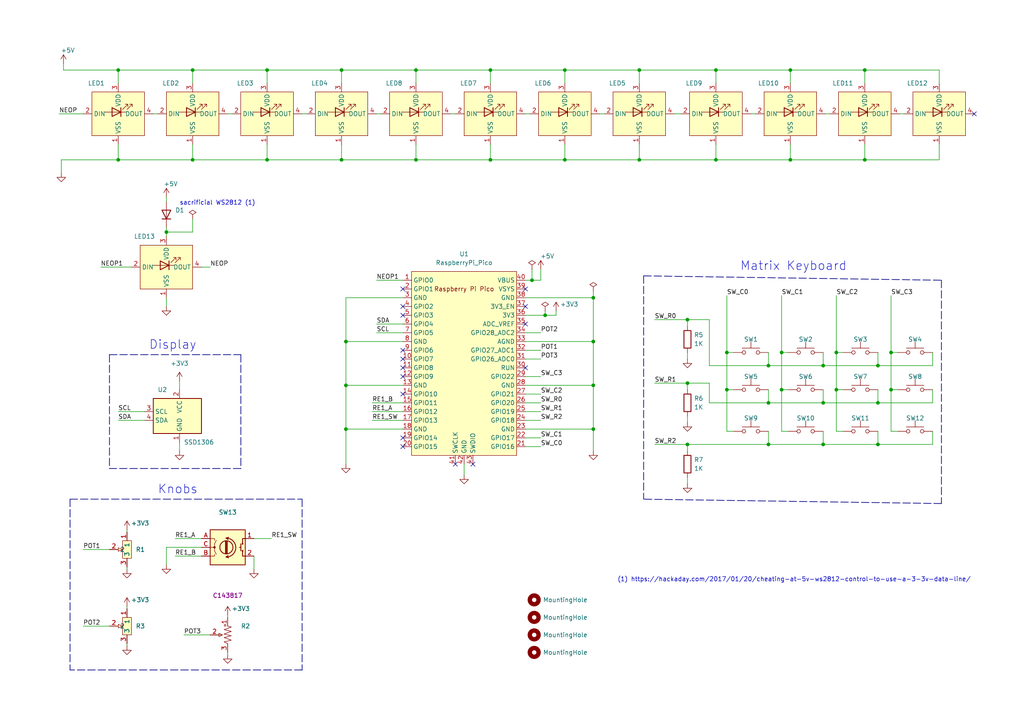
<source format=kicad_sch>
(kicad_sch (version 20211123) (generator eeschema)
  (paper "A4")
  (title_block (title "Launchpad") (date "2022-07-31") (rev "1"))
  (lib_symbols
    (symbol "1_dask_library_kc6:Kaihua PG1350" (pin_numbers hide) (pin_names (offset 0) hide)
      (property "Reference" "SW" (at 2.54 2.54 0))
      (symbol "Kaihua PG1350_1_1"
        (pin passive line (at -5.08 0 0) (length 2.54) (name "A") (number "1"))
        (pin passive line (at 5.08 0 180) (length 2.54) (name "B") (number "2"))
      )
    )
    (symbol "1_dask_library_kc6:RaspberryPi_Pico"
      (property "Reference" "U" (at -13.97 27.94 0))
      (property "Value" "RaspberryPi_Pico" (at 0 19.05 0))
      (symbol "RaspberryPi_Pico_0_0"
        (text "Raspberry Pi Pico" (at 0 21.59 0) (effects (font (size 1.27 1.27))))
      )
      (symbol "RaspberryPi_Pico_1_1"
        (pin bidirectional line (at -17.78 24.13 0) (length 2.54) (name "GPIO0") (number "1"))
        (pin bidirectional line (at -17.78 1.27 0) (length 2.54) (name "GPIO7") (number "10"))
        (pin bidirectional line (at -17.78 -1.27 0) (length 2.54) (name "GPIO8") (number "11"))
        (pin bidirectional line (at -17.78 -3.81 0) (length 2.54) (name "GPIO9") (number "12"))
        (pin power_in line (at -17.78 -6.35 0) (length 2.54) (name "GND") (number "13"))
        (pin bidirectional line (at -17.78 -8.89 0) (length 2.54) (name "GPIO10") (number "14"))
        (pin bidirectional line (at -17.78 -11.43 0) (length 2.54) (name "GPIO11") (number "15"))
        (pin bidirectional line (at -17.78 -13.97 0) (length 2.54) (name "GPIO12") (number "16"))
        (pin bidirectional line (at -17.78 -16.51 0) (length 2.54) (name "GPIO13") (number "17"))
        (pin power_in line (at -17.78 -19.05 0) (length 2.54) (name "GND") (number "18"))
        (pin bidirectional line (at -17.78 -21.59 0) (length 2.54) (name "GPIO14") (number "19"))
        (pin bidirectional line (at -17.78 21.59 0) (length 2.54) (name "GPIO1") (number "2"))
        (pin bidirectional line (at -17.78 -24.13 0) (length 2.54) (name "GPIO15") (number "20"))
        (pin bidirectional line (at 17.78 -24.13 180) (length 2.54) (name "GPIO16") (number "21"))
        (pin bidirectional line (at 17.78 -21.59 180) (length 2.54) (name "GPIO17") (number "22"))
        (pin power_in line (at 17.78 -19.05 180) (length 2.54) (name "GND") (number "23"))
        (pin bidirectional line (at 17.78 -16.51 180) (length 2.54) (name "GPIO18") (number "24"))
        (pin bidirectional line (at 17.78 -13.97 180) (length 2.54) (name "GPIO19") (number "25"))
        (pin bidirectional line (at 17.78 -11.43 180) (length 2.54) (name "GPIO20") (number "26"))
        (pin bidirectional line (at 17.78 -8.89 180) (length 2.54) (name "GPIO21") (number "27"))
        (pin power_in line (at 17.78 -6.35 180) (length 2.54) (name "GND") (number "28"))
        (pin bidirectional line (at 17.78 -3.81 180) (length 2.54) (name "GPIO22") (number "29"))
        (pin power_in line (at -17.78 19.05 0) (length 2.54) (name "GND") (number "3"))
        (pin input line (at 17.78 -1.27 180) (length 2.54) (name "RUN") (number "30"))
        (pin bidirectional line (at 17.78 1.27 180) (length 2.54) (name "GPIO26_ADC0") (number "31"))
        (pin bidirectional line (at 17.78 3.81 180) (length 2.54) (name "GPIO27_ADC1") (number "32"))
        (pin power_in line (at 17.78 6.35 180) (length 2.54) (name "AGND") (number "33"))
        (pin bidirectional line (at 17.78 8.89 180) (length 2.54) (name "GPIO28_ADC2") (number "34"))
        (pin power_in line (at 17.78 11.43 180) (length 2.54) (name "ADC_VREF") (number "35"))
        (pin power_in line (at 17.78 13.97 180) (length 2.54) (name "3V3") (number "36"))
        (pin input line (at 17.78 16.51 180) (length 2.54) (name "3V3_EN") (number "37"))
        (pin power_in line (at 17.78 19.05 180) (length 2.54) (name "GND") (number "38"))
        (pin power_in line (at 17.78 21.59 180) (length 2.54) (name "VSYS") (number "39"))
        (pin bidirectional line (at -17.78 16.51 0) (length 2.54) (name "GPIO2") (number "4"))
        (pin power_in line (at 17.78 24.13 180) (length 2.54) (name "VBUS") (number "40"))
        (pin input line (at -2.54 -29.21 90) (length 2.54) (name "SWCLK") (number "41"))
        (pin power_in line (at 0 -29.21 90) (length 2.54) (name "GND") (number "42"))
        (pin bidirectional line (at 2.54 -29.21 90) (length 2.54) (name "SWDIO") (number "43"))
        (pin bidirectional line (at -17.78 13.97 0) (length 2.54) (name "GPIO3") (number "5"))
        (pin bidirectional line (at -17.78 11.43 0) (length 2.54) (name "GPIO4") (number "6"))
        (pin bidirectional line (at -17.78 8.89 0) (length 2.54) (name "GPIO5") (number "7"))
        (pin power_in line (at -17.78 6.35 0) (length 2.54) (name "GND") (number "8"))
        (pin bidirectional line (at -17.78 3.81 0) (length 2.54) (name "GPIO6") (number "9"))
      )
    )
    (symbol "1_dask_library_kc6:SSD1306"
      (property "Reference" "U" (at -6.35 6.35 0))
      (property "Value" "SSD1306" (at 2.54 -6.35 0))
      (symbol "SSD1306_1_1"
        (pin power_in line (at 0 -7.62 90) (length 2.54) (name "GND") (number "1"))
        (pin power_in line (at 0 7.62 270) (length 2.54) (name "VCC") (number "2"))
        (pin open_collector line (at -10.16 1.27 0) (length 2.54) (name "SCL") (number "3"))
        (pin open_collector line (at -10.16 -1.27 0) (length 2.54) (name "SDA") (number "4"))
      )
    )
    (symbol "1_easyeda_kicad:PEC11R-4220F-S0012" (pin_names (offset 0.254) hide)
      (property "Reference" "SW" (at 0 6.35 0))
      (property "LCSC Part" "C143817" (at 0 -13.97 0))
      (symbol "PEC11R-4220F-S0012_1_1"
        (pin passive line (at 7.62 2.54 180) (length 2.54) (name "S1") (number "1"))
        (pin passive line (at 7.62 -2.54 180) (length 2.54) (name "S2") (number "2"))
        (pin passive line (at -7.62 2.54 0) (length 2.54) (name "A") (number "A"))
        (pin passive line (at -7.62 -2.54 0) (length 2.54) (name "B") (number "B"))
        (pin passive line (at -7.62 0 0) (length 2.54) (name "C") (number "C"))
      )
    )
    (symbol "1_easyeda_kicad:RDC1022A05"
      (property "Reference" "R?" (at 0 10.16 0))
      (property "Value" "RDC1022A05" (at 0 -10.16 0))
      (symbol "RDC1022A05_0_1"
        (pin input line (at 0 -5.08 90) (length 2.54) (name "1") (number "1"))
        (pin input line (at -5.08 0 0) (length 2.54) (name "2") (number "2"))
        (pin input line (at 0 5.08 270) (length 2.54) (name "3") (number "3"))
      )
    )
    (symbol "1_easyeda_kicad:RK09K1130A6S" (pin_names hide)
      (property "Reference" "R?" (at 2.54 3.81 0))
      (symbol "RK09K1130A6S_0_1"
        (pin passive line (at 5.08 0 180) (length 2.54) (name "1") (number "1"))
        (pin passive line (at 0 5.08 270) (length 2.54) (name "2") (number "2"))
        (pin passive line (at -5.08 0 0) (length 2.54) (name "3") (number "3"))
        (pin free line (at -5.08 -3.81 0) (length 2.54) hide (name "4") (number "4"))
        (pin free line (at 6.35 -3.81 180) (length 2.54) hide (name "5") (number "5"))
      )
    )
    (symbol "1_easyeda_kicad:XL-3528RGBW-WS2812B"
      (property "Reference" "LED?" (at -6.35 8.89 0))
      (symbol "XL-3528RGBW-WS2812B_0_1"
        (pin power_in line (at 0 -8.89 90) (length 2.54) (name "VSS") (number "1"))
        (pin input line (at -10.16 0 0) (length 2.54) (name "DIN") (number "2"))
        (pin power_in line (at 0 8.89 270) (length 2.54) (name "VDD") (number "3"))
        (pin power_out line (at 10.16 0 180) (length 2.54) (name "DOUT") (number "4"))
      )
    )
    (symbol "Device:D" (pin_numbers hide) (pin_names (offset 1.016) hide)
      (property "Reference" "D" (at 0 2.54 0))
      (property "Value" "D" (at 0 -2.54 0))
      (symbol "D_1_1"
        (pin passive line (at -3.81 0 0) (length 2.54) (name "K") (number "1"))
        (pin passive line (at 3.81 0 180) (length 2.54) (name "A") (number "2"))
      )
    )
    (symbol "Device:R" (pin_numbers hide) (pin_names (offset 0))
      (property "Reference" "R" (at 2.032 0 90))
      (property "Value" "R" (at 0 0 90))
      (symbol "R_1_1"
        (pin passive line (at 0 3.81 270) (length 1.27) (name "~") (number "1"))
        (pin passive line (at 0 -3.81 90) (length 1.27) (name "~") (number "2"))
      )
    )
    (symbol "Kaihua PG1350_1" (pin_numbers hide) (pin_names (offset 0) hide)
      (property "Reference" "SW" (at 2.54 2.54 0))
      (symbol "Kaihua PG1350_1_1_1"
        (pin passive line (at -5.08 0 0) (length 2.54) (name "A") (number "1"))
        (pin passive line (at 5.08 0 180) (length 2.54) (name "B") (number "2"))
      )
    )
    (symbol "Kaihua PG1350_10" (pin_numbers hide) (pin_names (offset 0) hide)
      (property "Reference" "SW" (at 2.54 2.54 0))
      (symbol "Kaihua PG1350_10_1_1"
        (pin passive line (at -5.08 0 0) (length 2.54) (name "A") (number "1"))
        (pin passive line (at 5.08 0 180) (length 2.54) (name "B") (number "2"))
      )
    )
    (symbol "Kaihua PG1350_11" (pin_numbers hide) (pin_names (offset 0) hide)
      (property "Reference" "SW" (at 2.54 2.54 0))
      (symbol "Kaihua PG1350_11_1_1"
        (pin passive line (at -5.08 0 0) (length 2.54) (name "A") (number "1"))
        (pin passive line (at 5.08 0 180) (length 2.54) (name "B") (number "2"))
      )
    )
    (symbol "Kaihua PG1350_2" (pin_numbers hide) (pin_names (offset 0) hide)
      (property "Reference" "SW" (at 2.54 2.54 0))
      (symbol "Kaihua PG1350_2_1_1"
        (pin passive line (at -5.08 0 0) (length 2.54) (name "A") (number "1"))
        (pin passive line (at 5.08 0 180) (length 2.54) (name "B") (number "2"))
      )
    )
    (symbol "Kaihua PG1350_3" (pin_numbers hide) (pin_names (offset 0) hide)
      (property "Reference" "SW" (at 2.54 2.54 0))
      (symbol "Kaihua PG1350_3_1_1"
        (pin passive line (at -5.08 0 0) (length 2.54) (name "A") (number "1"))
        (pin passive line (at 5.08 0 180) (length 2.54) (name "B") (number "2"))
      )
    )
    (symbol "Kaihua PG1350_4" (pin_numbers hide) (pin_names (offset 0) hide)
      (property "Reference" "SW" (at 2.54 2.54 0))
      (symbol "Kaihua PG1350_4_1_1"
        (pin passive line (at -5.08 0 0) (length 2.54) (name "A") (number "1"))
        (pin passive line (at 5.08 0 180) (length 2.54) (name "B") (number "2"))
      )
    )
    (symbol "Kaihua PG1350_5" (pin_numbers hide) (pin_names (offset 0) hide)
      (property "Reference" "SW" (at 2.54 2.54 0))
      (symbol "Kaihua PG1350_5_1_1"
        (pin passive line (at -5.08 0 0) (length 2.54) (name "A") (number "1"))
        (pin passive line (at 5.08 0 180) (length 2.54) (name "B") (number "2"))
      )
    )
    (symbol "Kaihua PG1350_6" (pin_numbers hide) (pin_names (offset 0) hide)
      (property "Reference" "SW" (at 2.54 2.54 0))
      (symbol "Kaihua PG1350_6_1_1"
        (pin passive line (at -5.08 0 0) (length 2.54) (name "A") (number "1"))
        (pin passive line (at 5.08 0 180) (length 2.54) (name "B") (number "2"))
      )
    )
    (symbol "Kaihua PG1350_7" (pin_numbers hide) (pin_names (offset 0) hide)
      (property "Reference" "SW" (at 2.54 2.54 0))
      (symbol "Kaihua PG1350_7_1_1"
        (pin passive line (at -5.08 0 0) (length 2.54) (name "A") (number "1"))
        (pin passive line (at 5.08 0 180) (length 2.54) (name "B") (number "2"))
      )
    )
    (symbol "Kaihua PG1350_8" (pin_numbers hide) (pin_names (offset 0) hide)
      (property "Reference" "SW" (at 2.54 2.54 0))
      (symbol "Kaihua PG1350_8_1_1"
        (pin passive line (at -5.08 0 0) (length 2.54) (name "A") (number "1"))
        (pin passive line (at 5.08 0 180) (length 2.54) (name "B") (number "2"))
      )
    )
    (symbol "Kaihua PG1350_9" (pin_numbers hide) (pin_names (offset 0) hide)
      (property "Reference" "SW" (at 2.54 2.54 0))
      (symbol "Kaihua PG1350_9_1_1"
        (pin passive line (at -5.08 0 0) (length 2.54) (name "A") (number "1"))
        (pin passive line (at 5.08 0 180) (length 2.54) (name "B") (number "2"))
      )
    )
    (symbol "Mechanical:MountingHole" (pin_names (offset 1.016))
      (property "Reference" "H" (at 0 5.08 0))
      (property "Value" "MountingHole" (at 0 3.175 0))
    )
    (symbol "power:+3.3V" (power) (pin_names (offset 0))
      (property "Value" "+3.3V" (at 0 3.556 0))
      (symbol "+3.3V_1_1"
        (pin power_in line (at 0 0 90) (length 0) hide (name "+3V3") (number "1"))
      )
    )
    (symbol "power:+5V" (power) (pin_names (offset 0))
      (property "Value" "+5V" (at 0 3.556 0))
      (symbol "+5V_1_1"
        (pin power_in line (at 0 0 90) (length 0) hide (name "+5V") (number "1"))
      )
    )
    (symbol "power:GND" (power) (pin_names (offset 0))
      (property "Value" "GND" (at 0 -3.81 0))
      (symbol "GND_1_1"
        (pin power_in line (at 0 0 270) (length 0) hide (name "GND") (number "1"))
      )
    )
    (symbol "power:PWR_FLAG" (power) (pin_numbers hide) (pin_names (offset 0) hide)
      (property "Value" "PWR_FLAG" (at 0 3.81 0))
      (symbol "PWR_FLAG_0_0"
        (pin power_out line (at 0 0 90) (length 0) (name "pwr") (number "1"))
      )
    )
  )
  (junction (at 158.115 91.44))
  (junction (at 226.695 102.235))
  (junction (at 242.57 113.03))
  (junction (at 142.24 46.355))
  (junction (at 172.085 86.36))
  (junction (at 210.82 102.235))
  (junction (at 222.885 116.84))
  (junction (at 207.645 20.32))
  (junction (at 229.235 46.355))
  (junction (at 242.57 102.235))
  (junction (at 77.47 20.32))
  (junction (at 185.42 46.355))
  (junction (at 222.885 128.905))
  (junction (at 258.445 102.235))
  (junction (at 250.825 20.32))
  (junction (at 254.635 128.905))
  (junction (at 100.33 124.46))
  (junction (at 48.26 67.31))
  (junction (at 172.085 99.06))
  (junction (at 226.695 113.03))
  (junction (at 55.88 20.32))
  (junction (at 100.33 99.06))
  (junction (at 210.82 113.03))
  (junction (at 254.635 116.84))
  (junction (at 99.06 46.355))
  (junction (at 142.24 20.32))
  (junction (at 77.47 46.355))
  (junction (at 258.445 113.03))
  (junction (at 222.885 106.045))
  (junction (at 238.76 116.84))
  (junction (at 34.29 20.32))
  (junction (at 238.76 128.905))
  (junction (at 55.88 46.355))
  (junction (at 154.305 81.28))
  (junction (at 100.33 111.76))
  (junction (at 250.825 46.355))
  (junction (at 199.39 128.905))
  (junction (at 229.235 20.32))
  (junction (at 34.29 46.355))
  (junction (at 199.39 92.71))
  (junction (at 120.65 46.355))
  (junction (at 199.39 111.125))
  (junction (at 254.635 106.045))
  (junction (at 120.65 20.32))
  (junction (at 99.06 20.32))
  (junction (at 172.085 124.46))
  (junction (at 163.83 46.355))
  (junction (at 238.76 106.045))
  (junction (at 207.645 46.355))
  (junction (at 185.42 20.32))
  (junction (at 172.085 111.76))
  (junction (at 163.83 20.32))
  (no_connect (at 116.84 129.54))
  (no_connect (at 116.84 114.3))
  (no_connect (at 152.4 93.98))
  (no_connect (at 152.4 106.68))
  (no_connect (at 152.4 88.9))
  (no_connect (at 152.4 83.82))
  (no_connect (at 116.84 101.6))
  (no_connect (at 116.84 104.14))
  (no_connect (at 116.84 106.68))
  (no_connect (at 116.84 109.22))
  (no_connect (at 116.84 83.82))
  (no_connect (at 116.84 88.9))
  (no_connect (at 116.84 91.44))
  (no_connect (at 116.84 127))
  (no_connect (at 282.575 33.02))
  (no_connect (at 137.16 134.62))
  (no_connect (at 132.08 134.62))
  (wire (pts (xy 238.76 116.84) (xy 254.635 116.84)))
  (wire (pts (xy 272.415 20.32) (xy 272.415 24.13)))
  (wire (pts (xy 156.845 104.14) (xy 152.4 104.14)))
  (wire (pts (xy 17.145 33.02) (xy 24.13 33.02)))
  (wire (pts (xy 152.4 124.46) (xy 172.085 124.46)))
  (bus (pts (xy 87.63 144.78) (xy 87.63 194.31)) (stroke (width 0.2) (type dash)))
  (wire (pts (xy 226.695 85.725) (xy 226.695 102.235)))
  (wire (pts (xy 238.76 113.03) (xy 238.76 116.84)))
  (wire (pts (xy 205.74 116.84) (xy 205.74 111.125)))
  (wire (pts (xy 109.22 81.28) (xy 116.84 81.28)))
  (wire (pts (xy 34.29 121.92) (xy 41.91 121.92)))
  (wire (pts (xy 17.78 46.355) (xy 17.78 50.165)))
  (wire (pts (xy 207.645 20.32) (xy 229.235 20.32)))
  (wire (pts (xy 250.825 20.32) (xy 250.825 24.13)))
  (wire (pts (xy 270.51 128.905) (xy 254.635 128.905)))
  (wire (pts (xy 210.82 113.03) (xy 210.82 125.095)))
  (wire (pts (xy 222.885 128.905) (xy 238.76 128.905)))
  (wire (pts (xy 152.4 81.28) (xy 154.305 81.28)))
  (wire (pts (xy 156.845 109.22) (xy 152.4 109.22)))
  (wire (pts (xy 156.845 119.38) (xy 152.4 119.38)))
  (wire (pts (xy 229.235 41.91) (xy 229.235 46.355)))
  (wire (pts (xy 250.825 41.91) (xy 250.825 46.355)))
  (wire (pts (xy 52.07 130.81) (xy 52.07 128.27)))
  (wire (pts (xy 210.82 102.235) (xy 212.725 102.235)))
  (wire (pts (xy 205.74 106.045) (xy 222.885 106.045)))
  (wire (pts (xy 189.865 111.125) (xy 199.39 111.125)))
  (wire (pts (xy 142.24 46.355) (xy 163.83 46.355)))
  (bus (pts (xy 69.85 135.89) (xy 31.75 135.89)) (stroke (width 0.2) (type dash)))
  (wire (pts (xy 50.8 161.29) (xy 58.42 161.29)))
  (wire (pts (xy 199.39 92.71) (xy 205.74 92.71)))
  (wire (pts (xy 163.83 20.32) (xy 185.42 20.32)))
  (wire (pts (xy 258.445 113.03) (xy 260.35 113.03)))
  (wire (pts (xy 229.235 46.355) (xy 250.825 46.355)))
  (wire (pts (xy 34.29 46.355) (xy 55.88 46.355)))
  (wire (pts (xy 120.65 46.355) (xy 142.24 46.355)))
  (wire (pts (xy 205.74 106.045) (xy 205.74 92.71)))
  (wire (pts (xy 185.42 20.32) (xy 185.42 24.13)))
  (wire (pts (xy 152.4 33.02) (xy 153.67 33.02)))
  (wire (pts (xy 34.29 20.32) (xy 55.88 20.32)))
  (wire (pts (xy 254.635 106.045) (xy 270.51 106.045)))
  (wire (pts (xy 260.985 33.02) (xy 262.255 33.02)))
  (wire (pts (xy 254.635 102.235) (xy 254.635 106.045)))
  (wire (pts (xy 48.26 67.31) (xy 48.26 68.58)))
  (wire (pts (xy 199.39 111.125) (xy 205.74 111.125)))
  (wire (pts (xy 18.415 18.415) (xy 18.415 20.32)))
  (wire (pts (xy 199.39 140.335) (xy 199.39 138.43)))
  (bus (pts (xy 87.63 194.31) (xy 20.32 194.31)) (stroke (width 0.2) (type dash)))
  (wire (pts (xy 120.65 41.91) (xy 120.65 46.355)))
  (wire (pts (xy 199.39 104.14) (xy 199.39 102.235)))
  (wire (pts (xy 77.47 20.32) (xy 99.06 20.32)))
  (wire (pts (xy 242.57 102.235) (xy 242.57 113.03)))
  (wire (pts (xy 66.04 178.435) (xy 66.04 179.07)))
  (wire (pts (xy 207.645 46.355) (xy 229.235 46.355)))
  (wire (pts (xy 109.22 33.02) (xy 110.49 33.02)))
  (wire (pts (xy 34.29 119.38) (xy 41.91 119.38)))
  (wire (pts (xy 24.13 159.385) (xy 31.75 159.385)))
  (wire (pts (xy 207.645 41.91) (xy 207.645 46.355)))
  (wire (pts (xy 156.845 121.92) (xy 152.4 121.92)))
  (bus (pts (xy 31.75 102.87) (xy 69.85 102.87)) (stroke (width 0.2) (type dash)))
  (wire (pts (xy 272.415 41.91) (xy 272.415 46.355)))
  (wire (pts (xy 254.635 128.905) (xy 238.76 128.905)))
  (wire (pts (xy 195.58 33.02) (xy 197.485 33.02)))
  (wire (pts (xy 55.88 20.32) (xy 55.88 24.13)))
  (wire (pts (xy 258.445 125.095) (xy 258.445 113.03)))
  (wire (pts (xy 24.13 181.61) (xy 31.75 181.61)))
  (bus (pts (xy 20.32 144.78) (xy 20.32 194.31)) (stroke (width 0.2) (type dash)))
  (wire (pts (xy 172.085 84.455) (xy 172.085 86.36)))
  (wire (pts (xy 163.83 20.32) (xy 163.83 24.13)))
  (wire (pts (xy 172.085 99.06) (xy 172.085 111.76)))
  (wire (pts (xy 185.42 46.355) (xy 207.645 46.355)))
  (wire (pts (xy 55.88 67.31) (xy 55.88 63.5)))
  (wire (pts (xy 66.04 189.865) (xy 66.04 189.23)))
  (wire (pts (xy 199.39 128.905) (xy 222.885 128.905)))
  (wire (pts (xy 156.845 114.3) (xy 152.4 114.3)))
  (wire (pts (xy 258.445 102.235) (xy 258.445 113.03)))
  (wire (pts (xy 116.84 86.36) (xy 100.33 86.36)))
  (wire (pts (xy 172.085 86.36) (xy 172.085 99.06)))
  (wire (pts (xy 189.865 128.905) (xy 199.39 128.905)))
  (wire (pts (xy 156.845 81.28) (xy 156.845 78.105)))
  (wire (pts (xy 222.885 125.095) (xy 222.885 128.905)))
  (wire (pts (xy 55.88 41.91) (xy 55.88 46.355)))
  (wire (pts (xy 254.635 125.095) (xy 254.635 128.905)))
  (wire (pts (xy 134.62 137.795) (xy 134.62 134.62)))
  (wire (pts (xy 52.07 110.49) (xy 52.07 113.03)))
  (wire (pts (xy 250.825 20.32) (xy 272.415 20.32)))
  (wire (pts (xy 222.885 116.84) (xy 238.76 116.84)))
  (wire (pts (xy 199.39 113.03) (xy 199.39 111.125)))
  (wire (pts (xy 172.085 111.76) (xy 172.085 124.46)))
  (wire (pts (xy 48.26 67.31) (xy 55.88 67.31)))
  (wire (pts (xy 50.8 156.21) (xy 58.42 156.21)))
  (wire (pts (xy 107.95 121.92) (xy 116.84 121.92)))
  (wire (pts (xy 226.695 113.03) (xy 228.6 113.03)))
  (wire (pts (xy 158.115 91.44) (xy 152.4 91.44)))
  (wire (pts (xy 116.84 99.06) (xy 100.33 99.06)))
  (wire (pts (xy 100.33 111.76) (xy 116.84 111.76)))
  (wire (pts (xy 73.66 165.1) (xy 73.66 161.29)))
  (wire (pts (xy 229.235 20.32) (xy 229.235 24.13)))
  (wire (pts (xy 130.81 33.02) (xy 132.08 33.02)))
  (wire (pts (xy 36.83 187.325) (xy 36.83 186.69)))
  (wire (pts (xy 48.26 66.04) (xy 48.26 67.31)))
  (wire (pts (xy 154.305 81.28) (xy 156.845 81.28)))
  (wire (pts (xy 73.66 156.21) (xy 78.74 156.21)))
  (wire (pts (xy 152.4 111.76) (xy 172.085 111.76)))
  (wire (pts (xy 53.34 184.15) (xy 60.96 184.15)))
  (wire (pts (xy 18.415 20.32) (xy 34.29 20.32)))
  (wire (pts (xy 36.83 165.1) (xy 36.83 164.465)))
  (wire (pts (xy 142.24 20.32) (xy 163.83 20.32)))
  (wire (pts (xy 228.6 125.095) (xy 226.695 125.095)))
  (wire (pts (xy 161.29 90.17) (xy 161.29 91.44)))
  (wire (pts (xy 55.88 20.32) (xy 77.47 20.32)))
  (wire (pts (xy 222.885 102.235) (xy 222.885 106.045)))
  (wire (pts (xy 222.885 106.045) (xy 238.76 106.045)))
  (wire (pts (xy 222.885 113.03) (xy 222.885 116.84)))
  (wire (pts (xy 199.39 94.615) (xy 199.39 92.71)))
  (wire (pts (xy 185.42 20.32) (xy 207.645 20.32)))
  (wire (pts (xy 120.65 20.32) (xy 142.24 20.32)))
  (wire (pts (xy 99.06 20.32) (xy 120.65 20.32)))
  (bus (pts (xy 186.69 80.01) (xy 273.05 81.28)) (stroke (width 0.2) (type dash)))
  (wire (pts (xy 156.845 129.54) (xy 152.4 129.54)))
  (wire (pts (xy 100.33 86.36) (xy 100.33 99.06)))
  (wire (pts (xy 199.39 122.555) (xy 199.39 120.65)))
  (wire (pts (xy 270.51 116.84) (xy 270.51 113.03)))
  (wire (pts (xy 66.04 33.02) (xy 67.31 33.02)))
  (wire (pts (xy 120.65 20.32) (xy 120.65 24.13)))
  (wire (pts (xy 163.83 46.355) (xy 185.42 46.355)))
  (wire (pts (xy 173.99 33.02) (xy 175.26 33.02)))
  (wire (pts (xy 270.51 102.235) (xy 270.51 106.045)))
  (wire (pts (xy 100.33 134.62) (xy 100.33 124.46)))
  (wire (pts (xy 156.845 116.84) (xy 152.4 116.84)))
  (wire (pts (xy 55.88 46.355) (xy 77.47 46.355)))
  (wire (pts (xy 244.475 125.095) (xy 242.57 125.095)))
  (wire (pts (xy 210.82 102.235) (xy 210.82 113.03)))
  (wire (pts (xy 156.845 96.52) (xy 152.4 96.52)))
  (wire (pts (xy 226.695 102.235) (xy 226.695 113.03)))
  (wire (pts (xy 99.06 46.355) (xy 120.65 46.355)))
  (wire (pts (xy 142.24 24.13) (xy 142.24 20.32)))
  (wire (pts (xy 242.57 102.235) (xy 244.475 102.235)))
  (wire (pts (xy 242.57 125.095) (xy 242.57 113.03)))
  (wire (pts (xy 142.24 41.91) (xy 142.24 46.355)))
  (wire (pts (xy 260.35 125.095) (xy 258.445 125.095)))
  (wire (pts (xy 48.26 158.75) (xy 58.42 158.75)))
  (wire (pts (xy 217.805 33.02) (xy 219.075 33.02)))
  (wire (pts (xy 152.4 99.06) (xy 172.085 99.06)))
  (wire (pts (xy 48.26 57.15) (xy 48.26 58.42)))
  (wire (pts (xy 212.725 125.095) (xy 210.82 125.095)))
  (bus (pts (xy 273.05 81.28) (xy 273.05 146.05)) (stroke (width 0.2) (type dash)))
  (bus (pts (xy 69.85 102.87) (xy 69.85 135.89)) (stroke (width 0.2) (type dash)))
  (wire (pts (xy 100.33 124.46) (xy 116.84 124.46)))
  (wire (pts (xy 226.695 102.235) (xy 228.6 102.235)))
  (wire (pts (xy 238.76 125.095) (xy 238.76 128.905)))
  (wire (pts (xy 77.47 20.32) (xy 77.47 24.13)))
  (wire (pts (xy 34.29 41.91) (xy 34.29 46.355)))
  (wire (pts (xy 99.06 20.32) (xy 99.06 24.13)))
  (wire (pts (xy 87.63 33.02) (xy 88.9 33.02)))
  (wire (pts (xy 163.83 41.91) (xy 163.83 46.355)))
  (wire (pts (xy 154.305 78.105) (xy 154.305 81.28)))
  (wire (pts (xy 210.82 85.725) (xy 210.82 102.235)))
  (wire (pts (xy 238.76 106.045) (xy 254.635 106.045)))
  (wire (pts (xy 207.645 20.32) (xy 207.645 24.13)))
  (bus (pts (xy 186.69 80.01) (xy 186.69 144.78)) (stroke (width 0.2) (type dash)))
  (wire (pts (xy 185.42 41.91) (xy 185.42 46.355)))
  (wire (pts (xy 199.39 130.81) (xy 199.39 128.905)))
  (wire (pts (xy 161.29 91.44) (xy 158.115 91.44)))
  (wire (pts (xy 34.29 46.355) (xy 17.78 46.355)))
  (wire (pts (xy 158.115 90.17) (xy 158.115 91.44)))
  (wire (pts (xy 34.29 24.13) (xy 34.29 20.32)))
  (wire (pts (xy 250.825 46.355) (xy 272.415 46.355)))
  (wire (pts (xy 172.085 130.81) (xy 172.085 124.46)))
  (wire (pts (xy 152.4 86.36) (xy 172.085 86.36)))
  (wire (pts (xy 36.83 175.895) (xy 36.83 176.53)))
  (wire (pts (xy 109.22 93.98) (xy 116.84 93.98)))
  (wire (pts (xy 99.06 46.355) (xy 99.06 41.91)))
  (wire (pts (xy 156.845 127) (xy 152.4 127)))
  (wire (pts (xy 189.865 92.71) (xy 199.39 92.71)))
  (wire (pts (xy 29.21 77.47) (xy 38.1 77.47)))
  (bus (pts (xy 273.05 146.05) (xy 186.69 144.78)) (stroke (width 0.2) (type dash)))
  (wire (pts (xy 242.57 85.725) (xy 242.57 102.235)))
  (wire (pts (xy 44.45 33.02) (xy 45.72 33.02)))
  (wire (pts (xy 258.445 102.235) (xy 260.35 102.235)))
  (wire (pts (xy 258.445 85.725) (xy 258.445 102.235)))
  (wire (pts (xy 229.235 20.32) (xy 250.825 20.32)))
  (wire (pts (xy 77.47 46.355) (xy 99.06 46.355)))
  (wire (pts (xy 270.51 125.095) (xy 270.51 128.905)))
  (wire (pts (xy 156.845 101.6) (xy 152.4 101.6)))
  (wire (pts (xy 107.95 116.84) (xy 116.84 116.84)))
  (bus (pts (xy 31.75 102.87) (xy 31.75 135.89)) (stroke (width 0.2) (type dash)))
  (wire (pts (xy 242.57 113.03) (xy 244.475 113.03)))
  (wire (pts (xy 107.95 119.38) (xy 116.84 119.38)))
  (wire (pts (xy 109.22 96.52) (xy 116.84 96.52)))
  (wire (pts (xy 205.74 116.84) (xy 222.885 116.84)))
  (wire (pts (xy 48.26 88.9) (xy 48.26 86.36)))
  (wire (pts (xy 77.47 41.91) (xy 77.47 46.355)))
  (wire (pts (xy 254.635 116.84) (xy 270.51 116.84)))
  (wire (pts (xy 100.33 99.06) (xy 100.33 111.76)))
  (wire (pts (xy 36.83 153.67) (xy 36.83 154.305)))
  (wire (pts (xy 254.635 113.03) (xy 254.635 116.84)))
  (wire (pts (xy 210.82 113.03) (xy 212.725 113.03)))
  (wire (pts (xy 48.26 158.75) (xy 48.26 163.83)))
  (wire (pts (xy 226.695 125.095) (xy 226.695 113.03)))
  (wire (pts (xy 60.96 77.47) (xy 58.42 77.47)))
  (wire (pts (xy 239.395 33.02) (xy 240.665 33.02)))
  (wire (pts (xy 238.76 102.235) (xy 238.76 106.045)))
  (bus (pts (xy 20.32 144.78) (xy 87.63 144.78)) (stroke (width 0.2) (type dash)))
  (wire (pts (xy 100.33 111.76) (xy 100.33 124.46)))
  (text "Knobs" (at 45.72 143.51 0) (effects (font (size 2.54 2.54)) (justify left bottom)))
  (text "sacrificial WS2812 (1)" (at 52.07 59.69 0) (effects (font (size 1.27 1.27)) (justify left bottom)))
  (text "Matrix Keyboard" (at 214.63 78.74 0) (effects (font (size 2.54 2.54)) (justify left bottom)))
  (text "Display" (at 43.18 101.6 0) (effects (font (size 2.54 2.54)) (justify left bottom)))
  (text "(1) https://hackaday.com/2017/01/20/cheating-at-5v-ws2812-control-to-use-a-3-3v-data-line/" (at 179.07 168.91 0) (effects (font (size 1.27 1.27)) (justify left bottom)))
  (label "POT1" (at 24.13 159.385 0))
  (label "SCL" (at 34.29 119.38 0))
  (label "NEOP" (at 17.145 33.02 0))
  (label "SW_C3" (at 156.845 109.22 0))
  (label "SW_R1" (at 156.845 119.38 0))
  (label "SW_C1" (at 226.695 85.725 0))
  (label "SW_C0" (at 156.845 129.54 0))
  (label "SW_C2" (at 156.845 114.3 0))
  (label "NEOP1" (at 29.21 77.47 0))
  (label "SCL" (at 109.22 96.52 0))
  (label "SW_R2" (at 156.845 121.92 0))
  (label "POT2" (at 156.845 96.52 0))
  (label "POT1" (at 156.845 101.6 0))
  (label "SW_R0" (at 189.865 92.71 0))
  (label "NEOP" (at 60.96 77.47 0))
  (label "RE1_A" (at 50.8 156.21 0))
  (label "RE1_B" (at 50.8 161.29 0))
  (label "SW_R1" (at 189.865 111.125 0))
  (label "SW_C1" (at 156.845 127 0))
  (label "RE1_A" (at 107.95 119.38 0))
  (label "POT2" (at 24.13 181.61 0))
  (label "SW_R0" (at 156.845 116.84 0))
  (label "SW_R2" (at 189.865 128.905 0))
  (label "SW_C3" (at 258.445 85.725 0))
  (label "RE1_SW" (at 107.95 121.92 0))
  (label "POT3" (at 53.34 184.15 0))
  (label "POT3" (at 156.845 104.14 0))
  (label "SW_C0" (at 210.82 85.725 0))
  (label "RE1_B" (at 107.95 116.84 0))
  (label "SDA" (at 34.29 121.92 0))
  (label "NEOP1" (at 109.22 81.28 0))
  (label "RE1_SW" (at 78.74 156.21 0))
  (label "SDA" (at 109.22 93.98 0))
  (label "SW_C2" (at 242.57 85.725 0))
  (symbol (lib_id "power:+3.3V") (at 52.07 110.49 0) (unit 1)
    (property "Reference" "#PWR0101" (effects hide))
    (property "Value" "+3.3V" (at 52.07 105.41 0))
  )
  (symbol (lib_id "Mechanical:MountingHole") (at 154.94 179.07 0) (unit 1) (in_bom no)
    (property "Reference" "H4" (effects hide))
    (property "Value" "MountingHole" (at 157.48 179.07 0) (effects (justify left)))
    (property "Footprint" "MountingHole:MountingHole_3.2mm_M3" (effects hide))
  )
  (symbol (lib_id "1_easyeda_kicad:XL-3528RGBW-WS2812B") (at 185.42 33.02 0) (unit 1)
    (property "Reference" "LED5" (at 179.07 24.13 0))
    (property "Value" "XL-3528RGBW-WS2812B" (effects hide))
    (property "Footprint" "1_easyeda_kicad:LED-SMD_4P-L3.5-W2.8-BR-1" (effects hide))
    (property "Datasheet" "https://lcsc.com/product-detail/Light-Emitting-Diodes-LED_Worldsemi-WS2812B-4020_C965557.html" (effects hide))
    (property "Manufacturer" "XINGLIGHT(成兴光)" (effects hide))
    (property "LCSC Part" "C2890364" (effects hide))
    (property "JLC Part" "Extended Part" (effects hide))
  )
  (symbol (lib_id "power:+3.3V") (at 161.29 90.17 0) (unit 1)
    (property "Reference" "#PWR0104" (effects hide))
    (property "Value" "+3.3V" (at 165.1 88.265 0))
  )
  (symbol (lib_name "Kaihua PG1350_3") (lib_id "1_dask_library_kc6:Kaihua PG1350") (at 233.68 102.235 0) (unit 1)
    (property "Reference" "SW2" (at 233.68 98.425 0))
    (property "Value" "Kaihua PG1350" (effects hide))
    (property "Footprint" "1_dask_library_kc6:Kaihua_PG1350" (effects hide))
    (property "Datasheet" "https://www.kailhswitch.com/Content/upload/pdf/201915927/CPG135001D03_-_White_Clicky_Choc.pdf" (effects hide))
  )
  (symbol (lib_id "1_easyeda_kicad:RK09K1130A6S") (at 66.04 184.15 90) (unit 1)
    (property "Reference" "R2" (at 69.85 181.61 90) (effects (justify right)))
    (property "Value" "RK09K1130A6S" (effects hide))
    (property "Footprint" "1_easyeda_kicad:RES-TH_RK09K1130A6S" (effects hide))
    (property "Manufacturer" "ALPSALPINE(阿尔卑斯阿尔派)" (effects hide))
    (property "LCSC Part" "C209770" (effects hide))
    (property "JLC Part" "Extended Part" (effects hide))
  )
  (symbol (lib_id "power:+5V") (at 18.415 18.415 0) (unit 1)
    (property "Reference" "#PWR0111" (effects hide))
    (property "Value" "+5V" (at 19.685 14.605 0))
  )
  (symbol (lib_id "1_easyeda_kicad:XL-3528RGBW-WS2812B") (at 48.26 77.47 0) (unit 1)
    (property "Reference" "LED13" (at 41.91 68.58 0))
    (property "Value" "XL-3528RGBW-WS2812B" (effects hide))
    (property "Footprint" "1_easyeda_kicad:LED-SMD_4P-L3.5-W2.8-BR-1" (effects hide))
    (property "LCSC Part" "C2890364" (effects hide))
    (property "Manufacturer" "XINGLIGHT(成兴光)" (effects hide))
    (property "JLC Part" "Extended Part" (effects hide))
  )
  (symbol (lib_id "power:+3.3V") (at 36.83 153.67 0) (unit 1)
    (property "Reference" "#PWR0112" (effects hide))
    (property "Value" "+3.3V" (at 40.64 151.765 0))
  )
  (symbol (lib_id "1_easyeda_kicad:RDC1022A05") (at 36.83 159.385 0) (mirror x) (unit 1)
    (property "Reference" "R1" (at 39.37 159.3849 0) (effects (justify left)))
    (property "Value" "RDC1022A05" (effects hide))
    (property "Footprint" "1_easyeda_kicad:RES-ADJ-TH_RDC1022A05" (effects hide))
    (property "Datasheet" "https://lcsc.com/product-detail/Variable-Resistors_ALPS_RDC1022A05_RDC1022A05_C202389.html" (effects hide))
    (property "Manufacturer" "ALPS Electric" (effects hide))
    (property "LCSC Part" "C202389" (effects hide))
    (property "JLC Part" "Extended Part" (effects hide))
  )
  (symbol (lib_id "power:GND") (at 66.04 189.865 0) (unit 1)
    (property "Reference" "#PWR0117" (effects hide))
    (property "Value" "GND" (effects hide))
  )
  (symbol (lib_id "power:GND") (at 17.78 50.165 0) (unit 1)
    (property "Reference" "#PWR0109" (effects hide))
    (property "Value" "GND" (effects hide))
  )
  (symbol (lib_id "1_easyeda_kicad:PEC11R-4220F-S0012") (at 66.04 158.75 0) (unit 1)
    (property "Reference" "SW13" (at 66.04 148.59 0))
    (property "Value" "PEC11R-4220F-S0012" (effects hide))
    (property "Footprint" "1_easyeda_kicad:SW-TH_PEC11R-4220F-S0012" (effects hide))
    (property "Datasheet" "https://datasheet.lcsc.com/lcsc/1809081107_BOURNS-PEC11R-4220F-S0012_C143817.pdf" (effects hide))
    (property "LCSC Part" "C143817" (at 66.04 172.72 0))
  )
  (symbol (lib_id "1_dask_library_kc6:SSD1306") (at 52.07 120.65 0) (unit 1)
    (property "Reference" "U2" (at 45.72 113.03 0) (effects (justify left)))
    (property "Value" "SSD1306" (at 53.34 128.27 0) (effects (justify left)))
    (property "Footprint" "1_dask_library_kc6:SSD1306_38x12" (effects hide))
  )
  (symbol (lib_id "power:GND") (at 48.26 163.83 0) (unit 1)
    (property "Reference" "#PWR0122" (effects hide))
    (property "Value" "GND" (effects hide))
  )
  (symbol (lib_name "Kaihua PG1350_9") (lib_id "1_dask_library_kc6:Kaihua PG1350") (at 233.68 125.095 0) (unit 1)
    (property "Reference" "SW10" (at 233.68 121.285 0))
    (property "Value" "Kaihua PG1350" (effects hide))
    (property "Footprint" "1_dask_library_kc6:Kaihua_PG1350" (effects hide))
    (property "Datasheet" "https://www.kailhswitch.com/Content/upload/pdf/201915927/CPG135001D03_-_White_Clicky_Choc.pdf" (effects hide))
  )
  (symbol (lib_id "power:GND") (at 36.83 187.325 0) (unit 1)
    (property "Reference" "#PWR0114" (effects hide))
    (property "Value" "GND" (effects hide))
  )
  (symbol (lib_id "power:+3.3V") (at 36.83 175.895 0) (unit 1)
    (property "Reference" "#PWR0115" (effects hide))
    (property "Value" "+3.3V" (at 40.64 173.99 0))
  )
  (symbol (lib_id "1_easyeda_kicad:XL-3528RGBW-WS2812B") (at 99.06 33.02 0) (unit 1)
    (property "Reference" "LED4" (at 92.71 24.13 0))
    (property "Value" "XL-3528RGBW-WS2812B" (effects hide))
    (property "Footprint" "1_easyeda_kicad:LED-SMD_4P-L3.5-W2.8-BR-1" (effects hide))
    (property "Datasheet" "https://lcsc.com/product-detail/Light-Emitting-Diodes-LED_Worldsemi-WS2812B-4020_C965557.html" (effects hide))
    (property "Manufacturer" "XINGLIGHT(成兴光)" (effects hide))
    (property "LCSC Part" "C2890364" (effects hide))
    (property "JLC Part" "Extended Part" (effects hide))
  )
  (symbol (lib_id "power:PWR_FLAG") (at 158.115 90.17 0) (unit 1)
    (property "Reference" "#FLG0102" (effects hide))
    (property "Value" "PWR_FLAG" (effects hide))
  )
  (symbol (lib_id "Device:R") (at 199.39 134.62 0) (unit 1)
    (property "Reference" "R7" (at 201.295 133.3499 0) (effects (justify left)))
    (property "Value" "1K" (at 201.295 135.8899 0) (effects (justify left)))
    (property "Footprint" "Resistor_SMD:R_0805_2012Metric_Pad1.20x1.40mm_HandSolder" (effects hide))
  )
  (symbol (lib_id "Mechanical:MountingHole") (at 154.94 184.15 0) (unit 1) (in_bom no)
    (property "Reference" "H1" (effects hide))
    (property "Value" "MountingHole" (at 157.48 184.15 0) (effects (justify left)))
    (property "Footprint" "MountingHole:MountingHole_3.2mm_M3" (effects hide))
  )
  (symbol (lib_id "1_easyeda_kicad:XL-3528RGBW-WS2812B") (at 250.825 33.02 0) (unit 1)
    (property "Reference" "LED11" (at 244.475 24.13 0))
    (property "Value" "XL-3528RGBW-WS2812B" (effects hide))
    (property "Footprint" "1_easyeda_kicad:LED-SMD_4P-L3.5-W2.8-BR-1" (effects hide))
    (property "Datasheet" "https://lcsc.com/product-detail/Light-Emitting-Diodes-LED_Worldsemi-WS2812B-4020_C965557.html" (effects hide))
    (property "Manufacturer" "XINGLIGHT(成兴光)" (effects hide))
    (property "LCSC Part" "C2890364" (effects hide))
    (property "JLC Part" "Extended Part" (effects hide))
  )
  (symbol (lib_id "power:PWR_FLAG") (at 55.88 63.5 0) (unit 1)
    (property "Reference" "#FLG0103" (effects hide))
    (property "Value" "PWR_FLAG" (effects hide))
  )
  (symbol (lib_id "power:PWR_FLAG") (at 154.305 78.105 0) (unit 1)
    (property "Reference" "#FLG01" (effects hide))
    (property "Value" "PWR_FLAG" (effects hide))
  )
  (symbol (lib_name "Kaihua PG1350_8") (lib_id "1_dask_library_kc6:Kaihua PG1350") (at 249.555 125.095 0) (unit 1)
    (property "Reference" "SW11" (at 249.555 121.285 0))
    (property "Value" "Kaihua PG1350" (effects hide))
    (property "Footprint" "1_dask_library_kc6:Kaihua_PG1350" (effects hide))
    (property "Datasheet" "https://www.kailhswitch.com/Content/upload/pdf/201915927/CPG135001D03_-_White_Clicky_Choc.pdf" (effects hide))
  )
  (symbol (lib_id "power:+5V") (at 156.845 78.105 0) (unit 1)
    (property "Reference" "#PWR0105" (effects hide))
    (property "Value" "+5V" (at 158.75 74.295 0))
  )
  (symbol (lib_name "Kaihua PG1350_5") (lib_id "1_dask_library_kc6:Kaihua PG1350") (at 217.805 102.235 0) (unit 1)
    (property "Reference" "SW1" (at 217.805 98.425 0))
    (property "Value" "Kaihua PG1350" (effects hide))
    (property "Footprint" "1_dask_library_kc6:Kaihua_PG1350" (effects hide))
    (property "Datasheet" "https://www.kailhswitch.com/Content/upload/pdf/201915927/CPG135001D03_-_White_Clicky_Choc.pdf" (effects hide))
  )
  (symbol (lib_name "Kaihua PG1350_6") (lib_id "1_dask_library_kc6:Kaihua PG1350") (at 249.555 102.235 0) (unit 1)
    (property "Reference" "SW3" (at 249.555 98.425 0))
    (property "Value" "Kaihua PG1350" (effects hide))
    (property "Footprint" "1_dask_library_kc6:Kaihua_PG1350" (effects hide))
    (property "Datasheet" "https://www.kailhswitch.com/Content/upload/pdf/201915927/CPG135001D03_-_White_Clicky_Choc.pdf" (effects hide))
  )
  (symbol (lib_id "power:GND") (at 199.39 122.555 0) (mirror y) (unit 1)
    (property "Reference" "#PWR0107" (effects hide))
    (property "Value" "GND" (effects hide))
  )
  (symbol (lib_id "Mechanical:MountingHole") (at 154.94 173.99 0) (unit 1) (in_bom no)
    (property "Reference" "H3" (effects hide))
    (property "Value" "MountingHole" (at 157.48 173.99 0) (effects (justify left)))
    (property "Footprint" "MountingHole:MountingHole_3.2mm_M3" (effects hide))
  )
  (symbol (lib_id "1_dask_library_kc6:Kaihua PG1350") (at 217.805 113.03 0) (unit 1)
    (property "Reference" "SW5" (at 217.805 109.22 0))
    (property "Value" "Kaihua PG1350" (effects hide))
    (property "Footprint" "1_dask_library_kc6:Kaihua_PG1350" (effects hide))
    (property "Datasheet" "https://www.kailhswitch.com/Content/upload/pdf/201915927/CPG135001D03_-_White_Clicky_Choc.pdf" (effects hide))
  )
  (symbol (lib_name "Kaihua PG1350_7") (lib_id "1_dask_library_kc6:Kaihua PG1350") (at 249.555 113.03 0) (unit 1)
    (property "Reference" "SW7" (at 249.555 109.22 0))
    (property "Value" "Kaihua PG1350" (effects hide))
    (property "Footprint" "1_dask_library_kc6:Kaihua_PG1350" (effects hide))
    (property "Datasheet" "https://www.kailhswitch.com/Content/upload/pdf/201915927/CPG135001D03_-_White_Clicky_Choc.pdf" (effects hide))
  )
  (symbol (lib_id "power:GND") (at 199.39 104.14 0) (mirror y) (unit 1)
    (property "Reference" "#PWR0108" (effects hide))
    (property "Value" "GND" (effects hide))
  )
  (symbol (lib_id "power:GND") (at 36.83 165.1 0) (unit 1)
    (property "Reference" "#PWR0113" (effects hide))
    (property "Value" "GND" (effects hide))
  )
  (symbol (lib_id "power:GND") (at 199.39 140.335 0) (mirror y) (unit 1)
    (property "Reference" "#PWR0106" (effects hide))
    (property "Value" "GND" (effects hide))
  )
  (symbol (lib_id "1_easyeda_kicad:XL-3528RGBW-WS2812B") (at 207.645 33.02 0) (unit 1)
    (property "Reference" "LED9" (at 201.295 24.13 0))
    (property "Value" "XL-3528RGBW-WS2812B" (effects hide))
    (property "Footprint" "1_easyeda_kicad:LED-SMD_4P-L3.5-W2.8-BR-1" (effects hide))
    (property "Datasheet" "https://lcsc.com/product-detail/Light-Emitting-Diodes-LED_Worldsemi-WS2812B-4020_C965557.html" (effects hide))
    (property "Manufacturer" "XINGLIGHT(成兴光)" (effects hide))
    (property "LCSC Part" "C2890364" (effects hide))
    (property "JLC Part" "Extended Part" (effects hide))
  )
  (symbol (lib_id "power:+5V") (at 48.26 57.15 0) (unit 1)
    (property "Reference" "#PWR0120" (effects hide))
    (property "Value" "+5V" (at 49.53 53.34 0))
  )
  (symbol (lib_id "Device:D") (at 48.26 62.23 90) (unit 1)
    (property "Reference" "D1" (at 50.8 60.9599 90) (effects (justify right)))
    (property "Value" "D" (effects hide))
    (property "Footprint" "Diode_SMD:D_SOD-123F" (effects hide))
    (property "Datasheet" "https://datasheet.lcsc.com/lcsc/1809301215_MDD-Microdiode-Electronics--SM4007PL_C64898.pdf" (effects hide))
    (property "LCSC" "C64898" (effects hide))
    (property "MPN" "SM4007PL" (effects hide))
  )
  (symbol (lib_id "1_dask_library_kc6:RaspberryPi_Pico") (at 134.62 105.41 0) (unit 1)
    (property "Reference" "U1" (at 134.62 73.66 0))
    (property "Value" "RaspberryPi_Pico" (at 134.62 76.2 0))
    (property "Footprint" "1_dask_library_kc6:RaspberryPi_Pico_SMD_TH" (effects hide))
  )
  (symbol (lib_id "1_easyeda_kicad:XL-3528RGBW-WS2812B") (at 77.47 33.02 0) (unit 1)
    (property "Reference" "LED3" (at 71.12 24.13 0))
    (property "Value" "XL-3528RGBW-WS2812B" (effects hide))
    (property "Footprint" "1_easyeda_kicad:LED-SMD_4P-L3.5-W2.8-BR-1" (effects hide))
    (property "Datasheet" "https://lcsc.com/product-detail/Light-Emitting-Diodes-LED_Worldsemi-WS2812B-4020_C965557.html" (effects hide))
    (property "Manufacturer" "XINGLIGHT(成兴光)" (effects hide))
    (property "LCSC Part" "C2890364" (effects hide))
    (property "JLC Part" "Extended Part" (effects hide))
  )
  (symbol (lib_id "Device:R") (at 199.39 116.84 0) (unit 1)
    (property "Reference" "R6" (at 201.295 115.5699 0) (effects (justify left)))
    (property "Value" "1K" (at 201.295 118.1099 0) (effects (justify left)))
    (property "Footprint" "Resistor_SMD:R_0805_2012Metric_Pad1.20x1.40mm_HandSolder" (effects hide))
  )
  (symbol (lib_id "power:GND") (at 48.26 88.9 0) (unit 1)
    (property "Reference" "#PWR0119" (effects hide))
    (property "Value" "GND" (effects hide))
  )
  (symbol (lib_id "power:GND") (at 100.33 134.62 0) (unit 1)
    (property "Reference" "#PWR0110" (effects hide))
    (property "Value" "GND" (effects hide))
  )
  (symbol (lib_id "1_easyeda_kicad:XL-3528RGBW-WS2812B") (at 229.235 33.02 0) (unit 1)
    (property "Reference" "LED10" (at 222.885 24.13 0))
    (property "Value" "XL-3528RGBW-WS2812B" (effects hide))
    (property "Footprint" "1_easyeda_kicad:LED-SMD_4P-L3.5-W2.8-BR-1" (effects hide))
    (property "Datasheet" "https://lcsc.com/product-detail/Light-Emitting-Diodes-LED_Worldsemi-WS2812B-4020_C965557.html" (effects hide))
    (property "Manufacturer" "XINGLIGHT(成兴光)" (effects hide))
    (property "LCSC Part" "C2890364" (effects hide))
    (property "JLC Part" "Extended Part" (effects hide))
  )
  (symbol (lib_name "Kaihua PG1350_10") (lib_id "1_dask_library_kc6:Kaihua PG1350") (at 217.805 125.095 0) (unit 1)
    (property "Reference" "SW9" (at 217.805 121.285 0))
    (property "Value" "Kaihua PG1350" (effects hide))
    (property "Footprint" "1_dask_library_kc6:Kaihua_PG1350" (effects hide))
    (property "Datasheet" "https://www.kailhswitch.com/Content/upload/pdf/201915927/CPG135001D03_-_White_Clicky_Choc.pdf" (effects hide))
  )
  (symbol (lib_id "1_easyeda_kicad:XL-3528RGBW-WS2812B") (at 120.65 33.02 0) (unit 1)
    (property "Reference" "LED8" (at 114.3 24.13 0))
    (property "Value" "XL-3528RGBW-WS2812B" (effects hide))
    (property "Footprint" "1_easyeda_kicad:LED-SMD_4P-L3.5-W2.8-BR-1" (effects hide))
    (property "Datasheet" "https://lcsc.com/product-detail/Light-Emitting-Diodes-LED_Worldsemi-WS2812B-4020_C965557.html" (effects hide))
    (property "Manufacturer" "XINGLIGHT(成兴光)" (effects hide))
    (property "LCSC Part" "C2890364" (effects hide))
    (property "JLC Part" "Extended Part" (effects hide))
  )
  (symbol (lib_name "Kaihua PG1350_11") (lib_id "1_dask_library_kc6:Kaihua PG1350") (at 265.43 125.095 0) (unit 1)
    (property "Reference" "SW12" (at 265.43 121.285 0))
    (property "Value" "Kaihua PG1350" (effects hide))
    (property "Footprint" "1_dask_library_kc6:Kaihua_PG1350" (effects hide))
    (property "Datasheet" "https://www.kailhswitch.com/Content/upload/pdf/201915927/CPG135001D03_-_White_Clicky_Choc.pdf" (effects hide))
  )
  (symbol (lib_id "power:+3.3V") (at 66.04 178.435 0) (unit 1)
    (property "Reference" "#PWR0116" (effects hide))
    (property "Value" "+3.3V" (at 69.85 176.53 0))
  )
  (symbol (lib_id "Mechanical:MountingHole") (at 154.94 189.23 0) (unit 1) (in_bom no)
    (property "Reference" "H2" (effects hide))
    (property "Value" "MountingHole" (at 157.48 189.23 0) (effects (justify left)))
    (property "Footprint" "MountingHole:MountingHole_3.2mm_M3" (effects hide))
  )
  (symbol (lib_id "power:GND") (at 134.62 137.795 0) (mirror y) (unit 1)
    (property "Reference" "#PWR0118" (effects hide))
    (property "Value" "GND" (effects hide))
  )
  (symbol (lib_id "1_easyeda_kicad:XL-3528RGBW-WS2812B") (at 272.415 33.02 0) (unit 1)
    (property "Reference" "LED12" (at 266.065 24.13 0))
    (property "Value" "XL-3528RGBW-WS2812B" (effects hide))
    (property "Footprint" "1_easyeda_kicad:LED-SMD_4P-L3.5-W2.8-BR-1" (effects hide))
    (property "Datasheet" "https://lcsc.com/product-detail/Light-Emitting-Diodes-LED_Worldsemi-WS2812B-4020_C965557.html" (effects hide))
    (property "Manufacturer" "XINGLIGHT(成兴光)" (effects hide))
    (property "LCSC Part" "C2890364" (effects hide))
    (property "JLC Part" "Extended Part" (effects hide))
  )
  (symbol (lib_name "Kaihua PG1350_4") (lib_id "1_dask_library_kc6:Kaihua PG1350") (at 233.68 113.03 0) (unit 1)
    (property "Reference" "SW6" (at 233.68 109.22 0))
    (property "Value" "Kaihua PG1350" (effects hide))
    (property "Footprint" "1_dask_library_kc6:Kaihua_PG1350" (effects hide))
    (property "Datasheet" "https://www.kailhswitch.com/Content/upload/pdf/201915927/CPG135001D03_-_White_Clicky_Choc.pdf" (effects hide))
  )
  (symbol (lib_id "1_easyeda_kicad:XL-3528RGBW-WS2812B") (at 142.24 33.02 0) (unit 1)
    (property "Reference" "LED7" (at 135.89 24.13 0))
    (property "Value" "XL-3528RGBW-WS2812B" (effects hide))
    (property "Footprint" "1_easyeda_kicad:LED-SMD_4P-L3.5-W2.8-BR-1" (effects hide))
    (property "Datasheet" "https://lcsc.com/product-detail/Light-Emitting-Diodes-LED_Worldsemi-WS2812B-4020_C965557.html" (effects hide))
    (property "Manufacturer" "XINGLIGHT(成兴光)" (effects hide))
    (property "LCSC Part" "C2890364" (effects hide))
    (property "JLC Part" "Extended Part" (effects hide))
  )
  (symbol (lib_id "1_easyeda_kicad:RDC1022A05") (at 36.83 181.61 0) (mirror x) (unit 1)
    (property "Reference" "R3" (at 39.37 181.6099 0) (effects (justify left)))
    (property "Value" "RDC1022A05" (effects hide))
    (property "Footprint" "1_easyeda_kicad:RES-ADJ-TH_RDC1022A05" (effects hide))
    (property "Datasheet" "https://lcsc.com/product-detail/Variable-Resistors_ALPS_RDC1022A05_RDC1022A05_C202389.html" (effects hide))
    (property "Manufacturer" "ALPS Electric" (effects hide))
    (property "LCSC Part" "C202389" (effects hide))
    (property "JLC Part" "Extended Part" (effects hide))
  )
  (symbol (lib_name "Kaihua PG1350_1") (lib_id "1_dask_library_kc6:Kaihua PG1350") (at 265.43 113.03 0) (unit 1)
    (property "Reference" "SW8" (at 265.43 109.22 0))
    (property "Value" "Kaihua PG1350" (effects hide))
    (property "Footprint" "1_dask_library_kc6:Kaihua_PG1350" (effects hide))
    (property "Datasheet" "https://www.kailhswitch.com/Content/upload/pdf/201915927/CPG135001D03_-_White_Clicky_Choc.pdf" (effects hide))
  )
  (symbol (lib_id "1_easyeda_kicad:XL-3528RGBW-WS2812B") (at 163.83 33.02 0) (unit 1)
    (property "Reference" "LED6" (at 157.48 24.13 0))
    (property "Value" "XL-3528RGBW-WS2812B" (effects hide))
    (property "Footprint" "1_easyeda_kicad:LED-SMD_4P-L3.5-W2.8-BR-1" (effects hide))
    (property "Datasheet" "https://lcsc.com/product-detail/Light-Emitting-Diodes-LED_Worldsemi-WS2812B-4020_C965557.html" (effects hide))
    (property "Manufacturer" "XINGLIGHT(成兴光)" (effects hide))
    (property "LCSC Part" "C2890364" (effects hide))
    (property "JLC Part" "Extended Part" (effects hide))
  )
  (symbol (lib_id "power:GND") (at 172.085 130.81 0) (mirror y) (unit 1)
    (property "Reference" "#PWR0102" (effects hide))
    (property "Value" "GND" (effects hide))
  )
  (symbol (lib_id "1_easyeda_kicad:XL-3528RGBW-WS2812B") (at 34.29 33.02 0) (unit 1)
    (property "Reference" "LED1" (at 27.94 24.13 0))
    (property "Value" "XL-3528RGBW-WS2812B" (effects hide))
    (property "Footprint" "1_easyeda_kicad:LED-SMD_4P-L3.5-W2.8-BR-1" (effects hide))
    (property "Datasheet" "https://lcsc.com/product-detail/Light-Emitting-Diodes-LED_Worldsemi-WS2812B-4020_C965557.html" (effects hide))
    (property "Manufacturer" "XINGLIGHT(成兴光)" (effects hide))
    (property "LCSC Part" "C2890364" (effects hide))
    (property "JLC Part" "Extended Part" (effects hide))
  )
  (symbol (lib_id "power:GND") (at 52.07 130.81 0) (unit 1)
    (property "Reference" "#PWR0103" (effects hide))
    (property "Value" "GND" (effects hide))
  )
  (symbol (lib_id "Device:R") (at 199.39 98.425 0) (unit 1)
    (property "Reference" "R5" (at 201.295 97.1549 0) (effects (justify left)))
    (property "Value" "1K" (at 201.295 99.6949 0) (effects (justify left)))
    (property "Footprint" "Resistor_SMD:R_0805_2012Metric_Pad1.20x1.40mm_HandSolder" (effects hide))
  )
  (symbol (lib_name "Kaihua PG1350_2") (lib_id "1_dask_library_kc6:Kaihua PG1350") (at 265.43 102.235 0) (unit 1)
    (property "Reference" "SW4" (at 265.43 98.425 0))
    (property "Value" "Kaihua PG1350" (effects hide))
    (property "Footprint" "1_dask_library_kc6:Kaihua_PG1350" (effects hide))
    (property "Datasheet" "https://www.kailhswitch.com/Content/upload/pdf/201915927/CPG135001D03_-_White_Clicky_Choc.pdf" (effects hide))
  )
  (symbol (lib_id "power:PWR_FLAG") (at 172.085 84.455 0) (unit 1)
    (property "Reference" "#FLG0101" (effects hide))
    (property "Value" "PWR_FLAG" (effects hide))
  )
  (symbol (lib_id "1_easyeda_kicad:XL-3528RGBW-WS2812B") (at 55.88 33.02 0) (unit 1)
    (property "Reference" "LED2" (at 49.53 24.13 0))
    (property "Value" "XL-3528RGBW-WS2812B" (effects hide))
    (property "Footprint" "1_easyeda_kicad:LED-SMD_4P-L3.5-W2.8-BR-1" (effects hide))
    (property "Datasheet" "https://lcsc.com/product-detail/Light-Emitting-Diodes-LED_Worldsemi-WS2812B-4020_C965557.html" (effects hide))
    (property "Manufacturer" "XINGLIGHT(成兴光)" (effects hide))
    (property "LCSC Part" "C2890364" (effects hide))
    (property "JLC Part" "Extended Part" (effects hide))
  )
  (symbol (lib_id "power:GND") (at 73.66 165.1 0) (unit 1)
    (property "Reference" "#PWR0121" (effects hide))
    (property "Value" "GND" (effects hide))
  )
)
</source>
